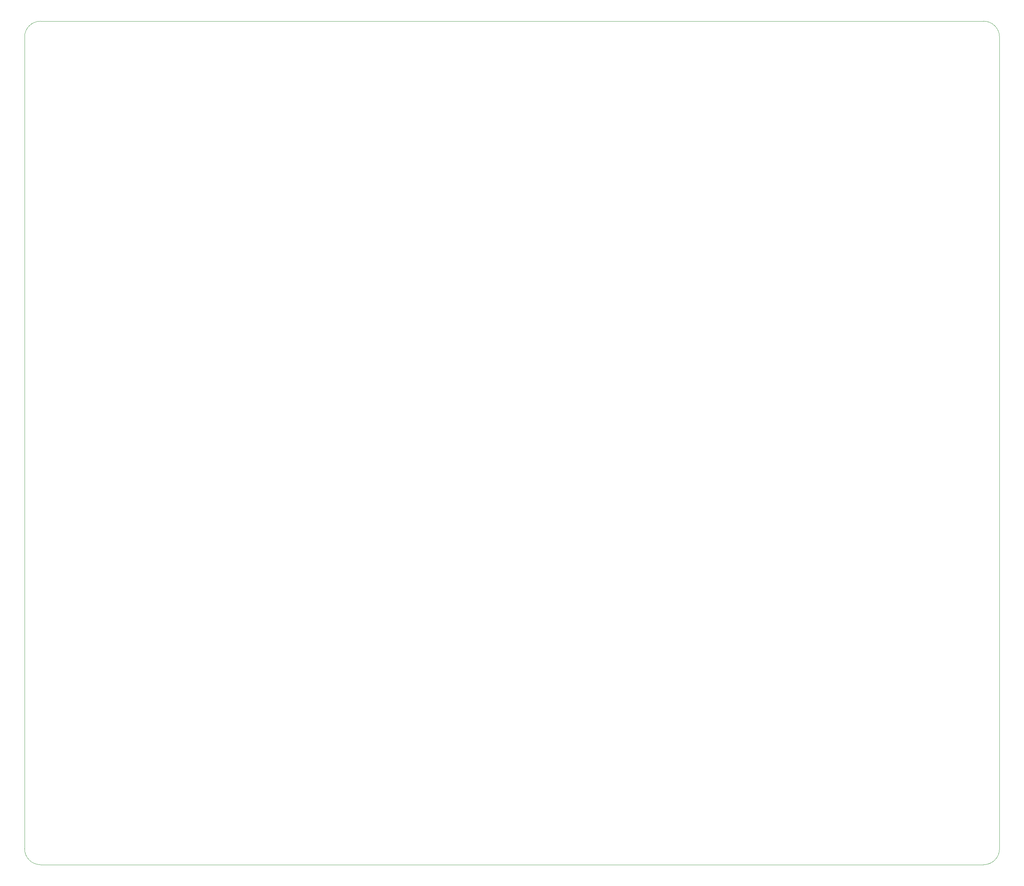
<source format=gbr>
%TF.GenerationSoftware,KiCad,Pcbnew,(7.0.0-0)*%
%TF.CreationDate,2023-09-26T09:25:19-06:00*%
%TF.ProjectId,led-matrix-v2-0,6c65642d-6d61-4747-9269-782d76322d30,4*%
%TF.SameCoordinates,Original*%
%TF.FileFunction,Profile,NP*%
%FSLAX46Y46*%
G04 Gerber Fmt 4.6, Leading zero omitted, Abs format (unit mm)*
G04 Created by KiCad (PCBNEW (7.0.0-0)) date 2023-09-26 09:25:19*
%MOMM*%
%LPD*%
G01*
G04 APERTURE LIST*
%TA.AperFunction,Profile*%
%ADD10C,0.100000*%
%TD*%
G04 APERTURE END LIST*
D10*
X40000000Y-45000000D02*
X40000000Y-249000000D01*
X280971573Y-252999973D02*
G75*
G03*
X284971573Y-249000000I27J3999973D01*
G01*
X44000000Y-253000000D02*
X280971573Y-253000000D01*
X284971573Y-249000000D02*
X284971573Y-45000000D01*
X40000000Y-249000000D02*
G75*
G03*
X44000000Y-253000000I4000000J0D01*
G01*
X284971600Y-45000000D02*
G75*
G03*
X280971573Y-41000000I-4000000J0D01*
G01*
X280971573Y-41000000D02*
X44000000Y-41000000D01*
X44000000Y-41000000D02*
G75*
G03*
X40000000Y-45000000I0J-4000000D01*
G01*
M02*

</source>
